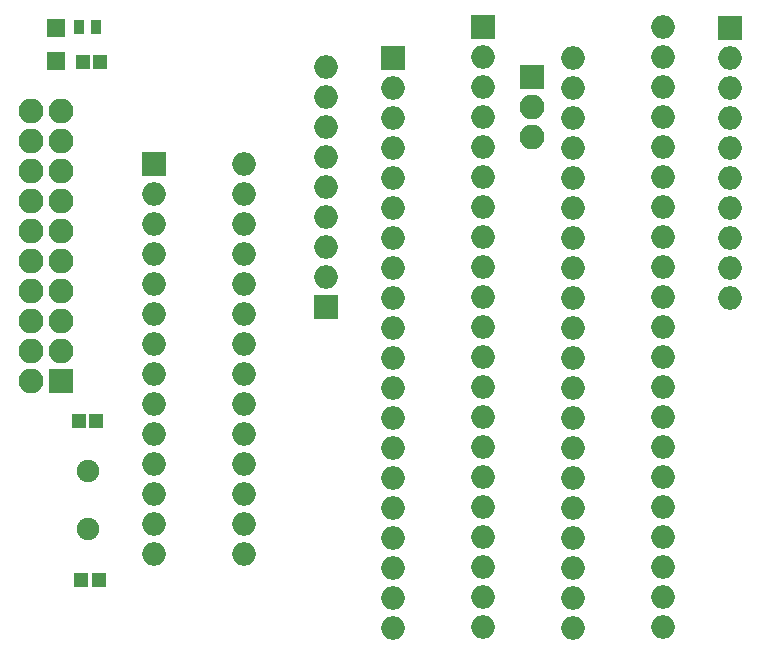
<source format=gbr>
G04 #@! TF.GenerationSoftware,KiCad,Pcbnew,(5.1.5)-2*
G04 #@! TF.CreationDate,2020-04-13T15:56:23+02:00*
G04 #@! TF.ProjectId,kickswitch,6b69636b-7377-4697-9463-682e6b696361,rev?*
G04 #@! TF.SameCoordinates,Original*
G04 #@! TF.FileFunction,Soldermask,Top*
G04 #@! TF.FilePolarity,Negative*
%FSLAX46Y46*%
G04 Gerber Fmt 4.6, Leading zero omitted, Abs format (unit mm)*
G04 Created by KiCad (PCBNEW (5.1.5)-2) date 2020-04-13 15:56:23*
%MOMM*%
%LPD*%
G04 APERTURE LIST*
%ADD10R,1.200000X1.150000*%
%ADD11R,1.500000X1.500000*%
%ADD12R,0.900000X1.300000*%
%ADD13R,2.000000X2.000000*%
%ADD14O,2.000000X2.000000*%
%ADD15C,1.900000*%
%ADD16R,2.100000X2.100000*%
%ADD17O,2.100000X2.100000*%
G04 APERTURE END LIST*
D10*
X92393200Y-133685280D03*
X90893200Y-133685280D03*
X91083700Y-147218400D03*
X92583700Y-147218400D03*
X92728480Y-103322120D03*
X91228480Y-103322120D03*
D11*
X88960960Y-100413360D03*
X88960960Y-103213360D03*
D12*
X92388120Y-100401120D03*
X90888120Y-100401120D03*
D13*
X97261680Y-111963200D03*
D14*
X104881680Y-144983200D03*
X97261680Y-114503200D03*
X104881680Y-142443200D03*
X97261680Y-117043200D03*
X104881680Y-139903200D03*
X97261680Y-119583200D03*
X104881680Y-137363200D03*
X97261680Y-122123200D03*
X104881680Y-134823200D03*
X97261680Y-124663200D03*
X104881680Y-132283200D03*
X97261680Y-127203200D03*
X104881680Y-129743200D03*
X97261680Y-129743200D03*
X104881680Y-127203200D03*
X97261680Y-132283200D03*
X104881680Y-124663200D03*
X97261680Y-134823200D03*
X104881680Y-122123200D03*
X97261680Y-137363200D03*
X104881680Y-119583200D03*
X97261680Y-139903200D03*
X104881680Y-117043200D03*
X97261680Y-142443200D03*
X104881680Y-114503200D03*
X97261680Y-144983200D03*
X104881680Y-111963200D03*
D13*
X117520720Y-102954280D03*
D14*
X132760720Y-151214280D03*
X117520720Y-105494280D03*
X132760720Y-148674280D03*
X117520720Y-108034280D03*
X132760720Y-146134280D03*
X117520720Y-110574280D03*
X132760720Y-143594280D03*
X117520720Y-113114280D03*
X132760720Y-141054280D03*
X117520720Y-115654280D03*
X132760720Y-138514280D03*
X117520720Y-118194280D03*
X132760720Y-135974280D03*
X117520720Y-120734280D03*
X132760720Y-133434280D03*
X117520720Y-123274280D03*
X132760720Y-130894280D03*
X117520720Y-125814280D03*
X132760720Y-128354280D03*
X117520720Y-128354280D03*
X132760720Y-125814280D03*
X117520720Y-130894280D03*
X132760720Y-123274280D03*
X117520720Y-133434280D03*
X132760720Y-120734280D03*
X117520720Y-135974280D03*
X132760720Y-118194280D03*
X117520720Y-138514280D03*
X132760720Y-115654280D03*
X117520720Y-141054280D03*
X132760720Y-113114280D03*
X117520720Y-143594280D03*
X132760720Y-110574280D03*
X117520720Y-146134280D03*
X132760720Y-108034280D03*
X117520720Y-148674280D03*
X132760720Y-105494280D03*
X117520720Y-151214280D03*
X132760720Y-102954280D03*
D13*
X125120400Y-100370640D03*
D14*
X140360400Y-151170640D03*
X125120400Y-102910640D03*
X140360400Y-148630640D03*
X125120400Y-105450640D03*
X140360400Y-146090640D03*
X125120400Y-107990640D03*
X140360400Y-143550640D03*
X125120400Y-110530640D03*
X140360400Y-141010640D03*
X125120400Y-113070640D03*
X140360400Y-138470640D03*
X125120400Y-115610640D03*
X140360400Y-135930640D03*
X125120400Y-118150640D03*
X140360400Y-133390640D03*
X125120400Y-120690640D03*
X140360400Y-130850640D03*
X125120400Y-123230640D03*
X140360400Y-128310640D03*
X125120400Y-125770640D03*
X140360400Y-125770640D03*
X125120400Y-128310640D03*
X140360400Y-123230640D03*
X125120400Y-130850640D03*
X140360400Y-120690640D03*
X125120400Y-133390640D03*
X140360400Y-118150640D03*
X125120400Y-135930640D03*
X140360400Y-115610640D03*
X125120400Y-138470640D03*
X140360400Y-113070640D03*
X125120400Y-141010640D03*
X140360400Y-110530640D03*
X125120400Y-143550640D03*
X140360400Y-107990640D03*
X125120400Y-146090640D03*
X140360400Y-105450640D03*
X125120400Y-148630640D03*
X140360400Y-102910640D03*
X125120400Y-151170640D03*
X140360400Y-100370640D03*
D15*
X91683840Y-137993120D03*
X91683840Y-142873120D03*
D16*
X89352120Y-130312160D03*
D17*
X86812120Y-130312160D03*
X89352120Y-127772160D03*
X86812120Y-127772160D03*
X89352120Y-125232160D03*
X86812120Y-125232160D03*
X89352120Y-122692160D03*
X86812120Y-122692160D03*
X89352120Y-120152160D03*
X86812120Y-120152160D03*
X89352120Y-117612160D03*
X86812120Y-117612160D03*
X89352120Y-115072160D03*
X86812120Y-115072160D03*
X89352120Y-112532160D03*
X86812120Y-112532160D03*
X89352120Y-109992160D03*
X86812120Y-109992160D03*
X89352120Y-107452160D03*
X86812120Y-107452160D03*
D13*
X111815880Y-124109480D03*
D14*
X111815880Y-121569480D03*
X111815880Y-119029480D03*
X111815880Y-116489480D03*
X111815880Y-113949480D03*
X111815880Y-111409480D03*
X111815880Y-108869480D03*
X111815880Y-106329480D03*
X111815880Y-103789480D03*
D13*
X146070320Y-100416360D03*
D14*
X146070320Y-102956360D03*
X146070320Y-105496360D03*
X146070320Y-108036360D03*
X146070320Y-110576360D03*
X146070320Y-113116360D03*
X146070320Y-115656360D03*
X146070320Y-118196360D03*
X146070320Y-120736360D03*
X146070320Y-123276360D03*
D17*
X129250000Y-109650000D03*
X129250000Y-107110000D03*
D16*
X129250000Y-104570000D03*
M02*

</source>
